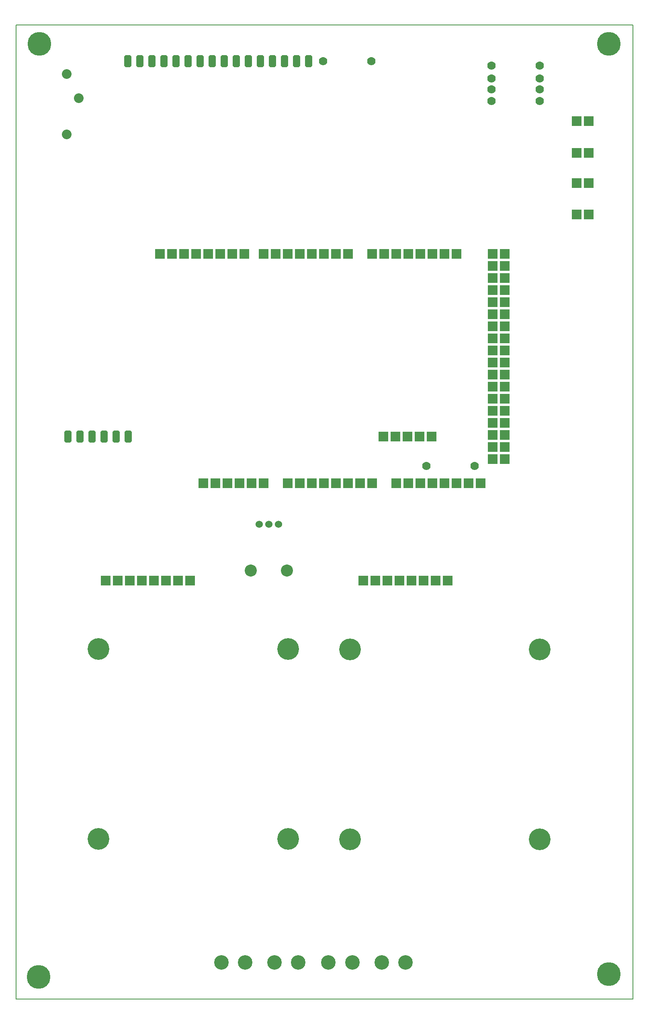
<source format=gbr>
G04 PROTEUS GERBER X2 FILE*
%TF.GenerationSoftware,Labcenter,Proteus,8.11-SP0-Build30052*%
%TF.CreationDate,2022-02-17T19:40:43+00:00*%
%TF.FileFunction,Copper,L0,Inr*%
%TF.FilePolarity,Positive*%
%TF.Part,Single*%
%TF.SameCoordinates,{fa563668-36b4-49a2-8e21-0a91219477cd}*%
%FSLAX45Y45*%
%MOMM*%
G01*
%TA.AperFunction,ComponentPad*%
%ADD13R,2.032000X2.032000*%
%TA.AperFunction,ComponentPad*%
%ADD14C,4.572000*%
%TA.AperFunction,ComponentPad*%
%ADD15C,3.048000*%
%AMDIL006*
4,1,8,
-0.762000,0.965200,-0.457200,1.270000,0.457200,1.270000,0.762000,0.965200,0.762000,-0.965200,
0.457200,-1.270000,-0.457200,-1.270000,-0.762000,-0.965200,-0.762000,0.965200,
0*%
%TA.AperFunction,ComponentPad*%
%ADD16DIL006*%
%TA.AperFunction,ComponentPad*%
%ADD17C,2.540000*%
%TA.AperFunction,ComponentPad*%
%ADD18C,2.032000*%
%TA.AperFunction,OtherPad,Unknown*%
%ADD19C,5.000000*%
%TA.AperFunction,ComponentPad*%
%ADD70C,1.524000*%
%TA.AperFunction,ComponentPad*%
%ADD71C,1.778000*%
%TA.AperFunction,Profile*%
%ADD20C,0.203200*%
%TD.AperFunction*%
D13*
X-9608000Y-640000D03*
X-9354000Y-640000D03*
X-9100000Y-640000D03*
X-8846000Y-640000D03*
X-8592000Y-640000D03*
X-8338000Y-640000D03*
X-8084000Y-640000D03*
X-7830000Y-640000D03*
X-4183000Y-640000D03*
X-3929000Y-640000D03*
X-3675000Y-640000D03*
X-3421000Y-640000D03*
X-3167000Y-640000D03*
X-2913000Y-640000D03*
X-2659000Y-640000D03*
X-2405000Y-640000D03*
D14*
X-464000Y-6090000D03*
X-4464000Y-6090000D03*
X-4464000Y-2090000D03*
X-464000Y-2090000D03*
X-5764000Y-6080000D03*
X-9764000Y-6080000D03*
X-9764000Y-2080000D03*
X-5764000Y-2080000D03*
D15*
X-3790000Y-8680000D03*
X-3289620Y-8680000D03*
X-7170380Y-8680000D03*
X-6670000Y-8680000D03*
X-6050000Y-8680000D03*
X-5549620Y-8680000D03*
X-4915000Y-8680000D03*
X-4414620Y-8680000D03*
D16*
X-9142000Y+10290000D03*
X-8888000Y+10290000D03*
X-8634000Y+10290000D03*
X-8380000Y+10290000D03*
X-8126000Y+10290000D03*
X-7872000Y+10290000D03*
X-7618000Y+10290000D03*
X-7364000Y+10290000D03*
X-7112000Y+10290000D03*
X-6858000Y+10290000D03*
X-6604000Y+10290000D03*
X-6350000Y+10290000D03*
X-6096000Y+10290000D03*
X-5842000Y+10290000D03*
X-5590000Y+10290000D03*
X-5336000Y+10290000D03*
D13*
X-3758000Y+2388250D03*
X-3504000Y+2388250D03*
X-3250000Y+2388250D03*
X-2996000Y+2388250D03*
X-2742000Y+2388250D03*
D17*
X-6552000Y-430000D03*
X-5790000Y-430000D03*
D18*
X-10430000Y+8750000D03*
X-10430000Y+10020000D03*
X-10176000Y+9512000D03*
D19*
X-11020000Y-8980000D03*
X+990000Y-8927500D03*
X-11010000Y+10647500D03*
X+990000Y+10647500D03*
D70*
X-6374200Y+540000D03*
X-6171000Y+540000D03*
X-5967800Y+540000D03*
D71*
X-1840000Y+1770000D03*
X-2856000Y+1770000D03*
X-5026000Y+10288151D03*
X-4010000Y+10288151D03*
D13*
X-7554000Y+1404000D03*
X-7300000Y+1404000D03*
X-7046000Y+1404000D03*
X-6792000Y+1404000D03*
X-6538000Y+1404000D03*
X-6284000Y+1404000D03*
X-5776000Y+1404000D03*
X-5522000Y+1404000D03*
X-5268000Y+1404000D03*
X-5014000Y+1404000D03*
X-4760000Y+1404000D03*
X-4506000Y+1404000D03*
X-4252000Y+1404000D03*
X-3998000Y+1404000D03*
X-3490000Y+1404000D03*
X-3236000Y+1404000D03*
X-2982000Y+1404000D03*
X-2728000Y+1404000D03*
X-2474000Y+1404000D03*
X-2220000Y+1404000D03*
X-1966000Y+1404000D03*
X-1712000Y+1404000D03*
X-1458000Y+1912000D03*
X-1458000Y+2166000D03*
X-1458000Y+2420000D03*
X-1458000Y+2674000D03*
X-1458000Y+2928000D03*
X-1458000Y+3182000D03*
X-1458000Y+3436000D03*
X-1458000Y+3690000D03*
X-1458000Y+3944000D03*
X-1458000Y+4198000D03*
X-1458000Y+4452000D03*
X-1458000Y+4706000D03*
X-1458000Y+4960000D03*
X-1458000Y+5214000D03*
X-1458000Y+5468000D03*
X-1458000Y+5722000D03*
X-1458000Y+5976000D03*
X-1458000Y+6230000D03*
X-1204000Y+1912000D03*
X-1204000Y+2166000D03*
X-1204000Y+2420000D03*
X-1204000Y+2674000D03*
X-1204000Y+2928000D03*
X-1204000Y+3182000D03*
X-1204000Y+3436000D03*
X-1204000Y+3690000D03*
X-1204000Y+3944000D03*
X-1204000Y+4198000D03*
X-1204000Y+4452000D03*
X-1204000Y+4706000D03*
X-1204000Y+4960000D03*
X-1204000Y+5214000D03*
X-1204000Y+5468000D03*
X-1204000Y+5722000D03*
X-1204000Y+5976000D03*
X-1204000Y+6230000D03*
X-2220000Y+6230000D03*
X-2474000Y+6230000D03*
X-2728000Y+6230000D03*
X-2982000Y+6230000D03*
X-3236000Y+6230000D03*
X-3490000Y+6230000D03*
X-3744000Y+6230000D03*
X-3998000Y+6230000D03*
X-4506000Y+6230000D03*
X-4760000Y+6230000D03*
X-5014000Y+6230000D03*
X-5268000Y+6230000D03*
X-5522000Y+6230000D03*
X-5776000Y+6230000D03*
X-6030000Y+6230000D03*
X-6284000Y+6230000D03*
X-6690400Y+6230000D03*
X-6944400Y+6230000D03*
X-7198400Y+6230000D03*
X-7452400Y+6230000D03*
X-7706400Y+6230000D03*
X-7960400Y+6230000D03*
X-8214400Y+6230000D03*
X-8468400Y+6230000D03*
D16*
X-9136000Y+2388250D03*
X-9390000Y+2388250D03*
X-9644000Y+2388250D03*
X-9898000Y+2388250D03*
X-10152000Y+2388250D03*
X-10406000Y+2388250D03*
D13*
X+315000Y+9030000D03*
X+569000Y+9030000D03*
X+315000Y+8360000D03*
X+569000Y+8360000D03*
X+315000Y+7720000D03*
X+569000Y+7720000D03*
X+315000Y+7060000D03*
X+569000Y+7060000D03*
D71*
X-1485000Y+9451750D03*
X-469000Y+9451750D03*
X-1485000Y+9691750D03*
X-469000Y+9691750D03*
X-1485000Y+9921750D03*
X-469000Y+9921750D03*
X-1485000Y+10191750D03*
X-469000Y+10191750D03*
D20*
X-11500000Y-9450000D02*
X+1500000Y-9450000D01*
X+1500000Y+11050000D01*
X-11500000Y+11050000D01*
X-11500000Y-9450000D01*
M02*

</source>
